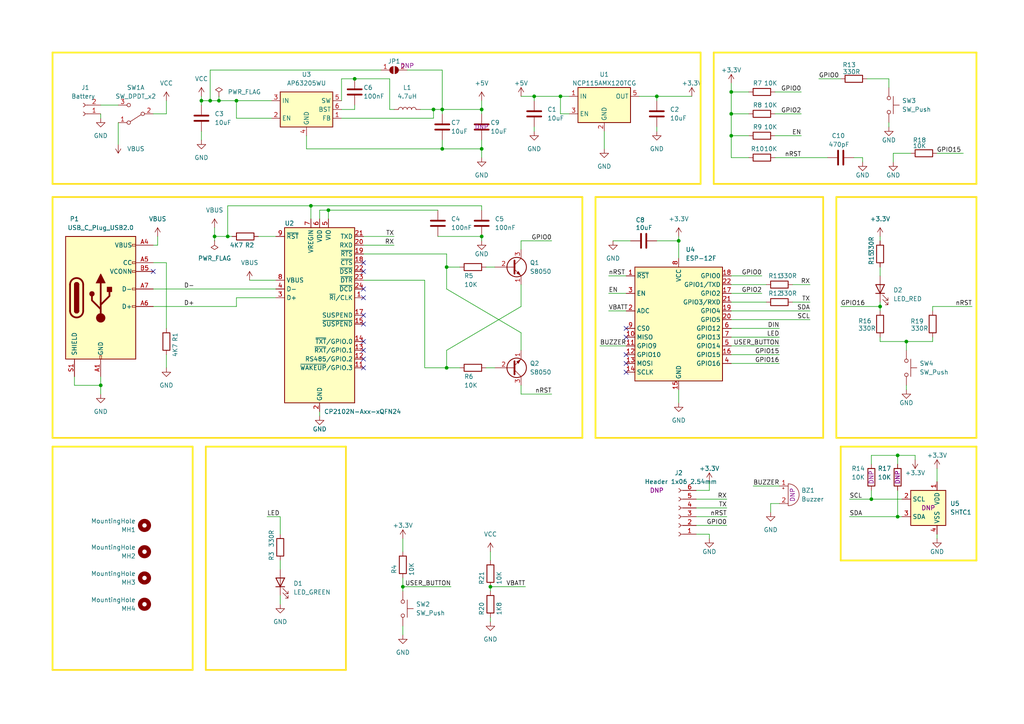
<source format=kicad_sch>
(kicad_sch (version 20211123) (generator eeschema)
  (paper "A4")
  (lib_symbols
    (symbol "Connector:Conn_01x02_Female" (pin_names (offset 1.016) hide)
      (property "Reference" "J" (at 0 2.54 0))
      (property "Value" "Conn_01x02_Female" (at 0 -5.08 0))
      (symbol "Conn_01x02_Female_1_1"
        (pin passive line (at -5.08 0 0) (length 3.81) (name "Pin_1") (number "1"))
        (pin passive line (at -5.08 -2.54 0) (length 3.81) (name "Pin_2") (number "2"))
      )
    )
    (symbol "Connector:Conn_01x06_Female" (pin_names (offset 1.016) hide)
      (property "Reference" "J" (at 0 7.62 0))
      (property "Value" "Conn_01x06_Female" (at 0 -10.16 0))
      (symbol "Conn_01x06_Female_1_1"
        (pin passive line (at -5.08 5.08 0) (length 3.81) (name "Pin_1") (number "1"))
        (pin passive line (at -5.08 2.54 0) (length 3.81) (name "Pin_2") (number "2"))
        (pin passive line (at -5.08 0 0) (length 3.81) (name "Pin_3") (number "3"))
        (pin passive line (at -5.08 -2.54 0) (length 3.81) (name "Pin_4") (number "4"))
        (pin passive line (at -5.08 -5.08 0) (length 3.81) (name "Pin_5") (number "5"))
        (pin passive line (at -5.08 -7.62 0) (length 3.81) (name "Pin_6") (number "6"))
      )
    )
    (symbol "Connector:USB_C_Plug_USB2.0" (pin_names (offset 1.016))
      (property "Reference" "P" (at -10.16 19.05 0))
      (property "Value" "USB_C_Plug_USB2.0" (at 12.7 19.05 0))
      (symbol "USB_C_Plug_USB2.0_1_1"
        (pin passive line (at 0 -22.86 90) (length 5.08) (name "GND") (number "A1"))
        (pin passive line (at 0 -22.86 90) (length 5.08) hide (name "GND") (number "A12"))
        (pin passive line (at 15.24 15.24 180) (length 5.08) (name "VBUS") (number "A4"))
        (pin bidirectional line (at 15.24 10.16 180) (length 5.08) (name "CC") (number "A5"))
        (pin bidirectional line (at 15.24 -2.54 180) (length 5.08) (name "D+") (number "A6"))
        (pin bidirectional line (at 15.24 2.54 180) (length 5.08) (name "D-") (number "A7"))
        (pin passive line (at 15.24 15.24 180) (length 5.08) hide (name "VBUS") (number "A9"))
        (pin passive line (at 0 -22.86 90) (length 5.08) hide (name "GND") (number "B1"))
        (pin passive line (at 0 -22.86 90) (length 5.08) hide (name "GND") (number "B12"))
        (pin passive line (at 15.24 15.24 180) (length 5.08) hide (name "VBUS") (number "B4"))
        (pin bidirectional line (at 15.24 7.62 180) (length 5.08) (name "VCONN") (number "B5"))
        (pin passive line (at 15.24 15.24 180) (length 5.08) hide (name "VBUS") (number "B9"))
        (pin passive line (at -7.62 -22.86 90) (length 5.08) (name "SHIELD") (number "S1"))
      )
    )
    (symbol "Device:Buzzer" (pin_names (offset 0.0254) hide)
      (property "Reference" "BZ" (at 3.81 1.27 0))
      (property "Value" "Buzzer" (at 3.81 -1.27 0))
      (symbol "Buzzer_1_1"
        (pin passive line (at -2.54 2.54 0) (length 2.54) (name "-") (number "1"))
        (pin passive line (at -2.54 -2.54 0) (length 2.54) (name "+") (number "2"))
      )
    )
    (symbol "Device:C" (pin_numbers hide) (pin_names (offset 0.254))
      (property "Reference" "C" (at 0.635 2.54 0))
      (property "Value" "C" (at 0.635 -2.54 0))
      (symbol "C_1_1"
        (pin passive line (at 0 3.81 270) (length 2.794) (name "~") (number "1"))
        (pin passive line (at 0 -3.81 90) (length 2.794) (name "~") (number "2"))
      )
    )
    (symbol "Device:L" (pin_numbers hide) (pin_names (offset 1.016) hide)
      (property "Reference" "L" (at -1.27 0 90))
      (property "Value" "L" (at 1.905 0 90))
      (symbol "L_1_1"
        (pin passive line (at 0 3.81 270) (length 1.27) (name "1") (number "1"))
        (pin passive line (at 0 -3.81 90) (length 1.27) (name "2") (number "2"))
      )
    )
    (symbol "Device:LED" (pin_numbers hide) (pin_names (offset 1.016) hide)
      (property "Reference" "D" (at 0 2.54 0))
      (property "Value" "LED" (at 0 -2.54 0))
      (symbol "LED_1_1"
        (pin passive line (at -3.81 0 0) (length 2.54) (name "K") (number "1"))
        (pin passive line (at 3.81 0 180) (length 2.54) (name "A") (number "2"))
      )
    )
    (symbol "Device:R" (pin_numbers hide) (pin_names (offset 0))
      (property "Reference" "R" (at 2.032 0 90))
      (property "Value" "R" (at 0 0 90))
      (symbol "R_1_1"
        (pin passive line (at 0 3.81 270) (length 1.27) (name "~") (number "1"))
        (pin passive line (at 0 -3.81 90) (length 1.27) (name "~") (number "2"))
      )
    )
    (symbol "Interface_USB:CP2102N-Axx-xQFN24"
      (property "Reference" "U" (at -8.89 26.67 0))
      (property "Value" "CP2102N-Axx-xQFN24" (at 13.97 26.67 0))
      (symbol "CP2102N-Axx-xQFN24_1_1"
        (pin bidirectional line (at 12.7 5.08 180) (length 2.54) (name "~{RI}/CLK") (number "1"))
        (pin no_connect line (at -10.16 -22.86 0) (length 2.54) hide (name "NC") (number "10"))
        (pin bidirectional line (at 12.7 -15.24 180) (length 2.54) (name "~{WAKEUP}/GPIO.3") (number "11"))
        (pin bidirectional line (at 12.7 -12.7 180) (length 2.54) (name "RS485/GPIO.2") (number "12"))
        (pin bidirectional line (at 12.7 -10.16 180) (length 2.54) (name "~{RXT}/GPIO.1") (number "13"))
        (pin bidirectional line (at 12.7 -7.62 180) (length 2.54) (name "~{TXT}/GPIO.0") (number "14"))
        (pin output line (at 12.7 -2.54 180) (length 2.54) (name "~{SUSPEND}") (number "15"))
        (pin no_connect line (at 10.16 -22.86 180) (length 2.54) hide (name "NC") (number "16"))
        (pin output line (at 12.7 0 180) (length 2.54) (name "SUSPEND") (number "17"))
        (pin input line (at 12.7 15.24 180) (length 2.54) (name "~{CTS}") (number "18"))
        (pin output line (at 12.7 17.78 180) (length 2.54) (name "~{RTS}") (number "19"))
        (pin power_in line (at 0 -27.94 90) (length 2.54) (name "GND") (number "2"))
        (pin input line (at 12.7 20.32 180) (length 2.54) (name "RXD") (number "20"))
        (pin output line (at 12.7 22.86 180) (length 2.54) (name "TXD") (number "21"))
        (pin input line (at 12.7 12.7 180) (length 2.54) (name "~{DSR}") (number "22"))
        (pin output line (at 12.7 10.16 180) (length 2.54) (name "~{DTR}") (number "23"))
        (pin input line (at 12.7 7.62 180) (length 2.54) (name "~{DCD}") (number "24"))
        (pin passive line (at 0 -27.94 90) (length 2.54) hide (name "GND") (number "25"))
        (pin bidirectional line (at -12.7 5.08 0) (length 2.54) (name "D+") (number "3"))
        (pin bidirectional line (at -12.7 7.62 0) (length 2.54) (name "D-") (number "4"))
        (pin power_in line (at 2.54 27.94 270) (length 2.54) (name "VIO") (number "5"))
        (pin power_in line (at 0 27.94 270) (length 2.54) (name "VDD") (number "6"))
        (pin power_in line (at -2.54 27.94 270) (length 2.54) (name "VREGIN") (number "7"))
        (pin input line (at -12.7 10.16 0) (length 2.54) (name "VBUS") (number "8"))
        (pin input line (at -12.7 22.86 0) (length 2.54) (name "~{RST}") (number "9"))
      )
    )
    (symbol "Jumper:SolderJumper_2_Open" (pin_names (offset 0) hide)
      (property "Reference" "JP" (at 0 2.032 0))
      (property "Value" "SolderJumper_2_Open" (at 0 -2.54 0))
      (symbol "SolderJumper_2_Open_1_1"
        (pin passive line (at -3.81 0 0) (length 2.54) (name "A") (number "1"))
        (pin passive line (at 3.81 0 180) (length 2.54) (name "B") (number "2"))
      )
    )
    (symbol "Mechanical:MountingHole" (pin_names (offset 1.016))
      (property "Reference" "H" (at 0 5.08 0))
      (property "Value" "MountingHole" (at 0 3.175 0))
    )
    (symbol "RF_Module:ESP-12F"
      (property "Reference" "U" (at -12.7 19.05 0))
      (property "Value" "ESP-12F" (at 12.7 19.05 0))
      (symbol "ESP-12F_1_1"
        (pin input line (at -15.24 15.24 0) (length 2.54) (name "~{RST}") (number "1"))
        (pin bidirectional line (at -15.24 -2.54 0) (length 2.54) (name "MISO") (number "10"))
        (pin bidirectional line (at -15.24 -5.08 0) (length 2.54) (name "GPIO9") (number "11"))
        (pin bidirectional line (at -15.24 -7.62 0) (length 2.54) (name "GPIO10") (number "12"))
        (pin bidirectional line (at -15.24 -10.16 0) (length 2.54) (name "MOSI") (number "13"))
        (pin bidirectional line (at -15.24 -12.7 0) (length 2.54) (name "SCLK") (number "14"))
        (pin power_in line (at 0 -17.78 90) (length 2.54) (name "GND") (number "15"))
        (pin bidirectional line (at 15.24 -7.62 180) (length 2.54) (name "GPIO15") (number "16"))
        (pin bidirectional line (at 15.24 10.16 180) (length 2.54) (name "GPIO2") (number "17"))
        (pin bidirectional line (at 15.24 15.24 180) (length 2.54) (name "GPIO0") (number "18"))
        (pin bidirectional line (at 15.24 5.08 180) (length 2.54) (name "GPIO4") (number "19"))
        (pin input line (at -15.24 5.08 0) (length 2.54) (name "ADC") (number "2"))
        (pin bidirectional line (at 15.24 2.54 180) (length 2.54) (name "GPIO5") (number "20"))
        (pin bidirectional line (at 15.24 7.62 180) (length 2.54) (name "GPIO3/RXD") (number "21"))
        (pin bidirectional line (at 15.24 12.7 180) (length 2.54) (name "GPIO1/TXD") (number "22"))
        (pin input line (at -15.24 10.16 0) (length 2.54) (name "EN") (number "3"))
        (pin bidirectional line (at 15.24 -10.16 180) (length 2.54) (name "GPIO16") (number "4"))
        (pin bidirectional line (at 15.24 -5.08 180) (length 2.54) (name "GPIO14") (number "5"))
        (pin bidirectional line (at 15.24 0 180) (length 2.54) (name "GPIO12") (number "6"))
        (pin bidirectional line (at 15.24 -2.54 180) (length 2.54) (name "GPIO13") (number "7"))
        (pin power_in line (at 0 20.32 270) (length 2.54) (name "VCC") (number "8"))
        (pin input line (at -15.24 0 0) (length 2.54) (name "CS0") (number "9"))
      )
    )
    (symbol "Regulator_Linear:NCP115AMX120TCG"
      (property "Reference" "U1" (at 0 8.89 0))
      (property "Value" "NCP115AMX120TCG" (at 0 6.35 0))
      (symbol "NCP115AMX120TCG_1_1"
        (pin power_in line (at -10.16 2.54 0) (length 2.54) (name "IN") (number "1"))
        (pin power_in line (at 0 -7.62 90) (length 2.54) (name "GND") (number "2"))
        (pin input line (at -10.16 -2.54 0) (length 2.54) (name "EN") (number "3"))
        (pin passive line (at 0 -7.62 90) (length 2.54) hide (name "GND") (number "5"))
        (pin power_out line (at 10.16 2.54 180) (length 2.54) (name "OUT") (number "5"))
      )
    )
    (symbol "Regulator_Switching:AP63205WU"
      (property "Reference" "U" (at -7.62 6.35 0))
      (property "Value" "AP63205WU" (at 2.54 6.35 0))
      (symbol "AP63205WU_1_1"
        (pin input line (at 10.16 -2.54 180) (length 2.54) (name "FB") (number "1"))
        (pin input line (at -10.16 -2.54 0) (length 2.54) (name "EN") (number "2"))
        (pin power_in line (at -10.16 2.54 0) (length 2.54) (name "IN") (number "3"))
        (pin power_in line (at 0 -7.62 90) (length 2.54) (name "GND") (number "4"))
        (pin output line (at 10.16 2.54 180) (length 2.54) (name "SW") (number "5"))
        (pin passive line (at 10.16 0 180) (length 2.54) (name "BST") (number "6"))
      )
    )
    (symbol "Sensor_Humidity:SHTC1"
      (property "Reference" "U" (at -3.81 6.35 0))
      (property "Value" "SHTC1" (at -2.54 -6.35 0))
      (symbol "SHTC1_1_1"
        (pin power_in line (at 2.54 7.62 270) (length 2.54) (name "VDD") (number "1"))
        (pin input line (at -7.62 2.54 0) (length 2.54) (name "SCL") (number "2"))
        (pin bidirectional line (at -7.62 -2.54 0) (length 2.54) (name "SDA") (number "3"))
        (pin power_in line (at 2.54 -7.62 90) (length 2.54) (name "VSS") (number "4"))
        (pin no_connect line (at 5.08 0 180) (length 2.54) hide (name "NC") (number "5"))
      )
    )
    (symbol "Switch:SW_DPDT_x2" (pin_names (offset 0) hide)
      (property "Reference" "SW" (at 0 4.318 0))
      (property "Value" "SW_DPDT_x2" (at 0 -5.08 0))
      (symbol "SW_DPDT_x2_1_1"
        (pin passive line (at 5.08 2.54 180) (length 2.54) (name "A") (number "1"))
        (pin passive line (at -5.08 0 0) (length 2.54) (name "B") (number "2"))
        (pin passive line (at 5.08 -2.54 180) (length 2.54) (name "C") (number "3"))
      )
      (symbol "SW_DPDT_x2_2_1"
        (pin passive line (at 5.08 2.54 180) (length 2.54) (name "A") (number "4"))
        (pin passive line (at -5.08 0 0) (length 2.54) (name "B") (number "5"))
        (pin passive line (at 5.08 -2.54 180) (length 2.54) (name "C") (number "6"))
      )
    )
    (symbol "Switch:SW_Push" (pin_numbers hide) (pin_names (offset 1.016) hide)
      (property "Reference" "SW" (at 1.27 2.54 0))
      (property "Value" "SW_Push" (at 0 -1.524 0))
      (symbol "SW_Push_0_1"
        (pin passive line (at -5.08 0 0) (length 2.54) (name "1") (number "1"))
        (pin passive line (at 5.08 0 180) (length 2.54) (name "2") (number "2"))
      )
    )
    (symbol "Transistor_BJT:S8050" (pin_names (offset 0) hide)
      (property "Reference" "Q" (at 5.08 1.905 0))
      (property "Value" "S8050" (at 5.08 0 0))
      (symbol "S8050_1_1"
        (pin passive line (at 2.54 -5.08 90) (length 2.54) (name "E") (number "1"))
        (pin input line (at -5.08 0 0) (length 5.08) (name "B") (number "2"))
        (pin passive line (at 2.54 5.08 270) (length 2.54) (name "C") (number "3"))
      )
    )
    (symbol "power:+3.3V" (power) (pin_names (offset 0))
      (property "Value" "+3.3V" (at 0 3.556 0))
      (symbol "+3.3V_1_1"
        (pin power_in line (at 0 0 90) (length 0) hide (name "+3.3V") (number "1"))
      )
    )
    (symbol "power:+5V" (power) (pin_names (offset 0))
      (property "Value" "+5V" (at 0 3.556 0))
      (symbol "+5V_1_1"
        (pin power_in line (at 0 0 90) (length 0) hide (name "+5V") (number "1"))
      )
    )
    (symbol "power:GND" (power) (pin_names (offset 0))
      (property "Value" "GND" (at 0 -3.81 0))
      (symbol "GND_1_1"
        (pin power_in line (at 0 0 270) (length 0) hide (name "GND") (number "1"))
      )
    )
    (symbol "power:PWR_FLAG" (power) (pin_numbers hide) (pin_names (offset 0) hide)
      (property "Value" "PWR_FLAG" (at 0 3.81 0))
      (symbol "PWR_FLAG_0_0"
        (pin power_out line (at 0 0 90) (length 0) (name "pwr") (number "1"))
      )
    )
    (symbol "power:VBUS" (power) (pin_names (offset 0))
      (property "Value" "VBUS" (at 0 3.81 0))
      (symbol "VBUS_1_1"
        (pin power_in line (at 0 0 90) (length 0) hide (name "VBUS") (number "1"))
      )
    )
    (symbol "power:VCC" (power) (pin_names (offset 0))
      (property "Value" "VCC" (at 0 3.81 0))
      (symbol "VCC_1_1"
        (pin power_in line (at 0 0 90) (length 0) hide (name "VCC") (number "1"))
      )
    )
  )
  (junction (at 66.04 68.58))
  (junction (at 63.5 29.21))
  (junction (at 139.7 31.75))
  (junction (at 129.54 77.47))
  (junction (at 196.85 69.85))
  (junction (at 260.35 132.08))
  (junction (at 128.27 31.75))
  (junction (at 142.24 170.18))
  (junction (at 212.09 33.02))
  (junction (at 129.54 106.68))
  (junction (at 128.27 43.18))
  (junction (at 154.94 27.94))
  (junction (at 116.84 170.18))
  (junction (at 58.42 29.21))
  (junction (at 260.35 149.86))
  (junction (at 262.89 99.06))
  (junction (at 212.09 39.37))
  (junction (at 139.7 43.18))
  (junction (at 139.7 68.58))
  (junction (at 255.27 88.9))
  (junction (at 212.09 26.67))
  (junction (at 68.58 29.21))
  (junction (at 102.87 22.86))
  (junction (at 162.56 27.94))
  (junction (at 252.73 144.78))
  (junction (at 95.25 60.96))
  (junction (at 190.5 27.94))
  (junction (at 125.73 31.75))
  (junction (at 62.23 68.58))
  (junction (at 29.21 111.76))
  (junction (at 90.17 59.69))
  (junction (at 60.96 29.21))
  (no_connect (at 105.41 104.14))
  (no_connect (at 105.41 101.6))
  (no_connect (at 105.41 91.44))
  (no_connect (at 105.41 99.06))
  (no_connect (at 105.41 93.98))
  (no_connect (at 105.41 83.82))
  (no_connect (at 105.41 86.36))
  (no_connect (at 105.41 106.68))
  (no_connect (at 181.61 95.25))
  (no_connect (at 105.41 76.2))
  (no_connect (at 105.41 78.74))
  (no_connect (at 181.61 105.41))
  (no_connect (at 181.61 107.95))
  (no_connect (at 181.61 102.87))
  (no_connect (at 181.61 97.79))
  (no_connect (at 44.45 78.74))
  (wire (pts (xy 252.73 134.62) (xy 252.73 132.08)))
  (wire (pts (xy 128.27 31.75) (xy 125.73 31.75)))
  (wire (pts (xy 162.56 27.94) (xy 165.1 27.94)))
  (wire (pts (xy 95.25 60.96) (xy 95.25 63.5)))
  (wire (pts (xy 90.17 59.69) (xy 139.7 59.69)))
  (wire (pts (xy 250.19 46.99) (xy 250.19 45.72)))
  (wire (pts (xy 116.84 184.15) (xy 116.84 181.61)))
  (wire (pts (xy 44.45 83.82) (xy 80.01 83.82)))
  (wire (pts (xy 128.27 31.75) (xy 128.27 33.02)))
  (wire (pts (xy 260.35 142.24) (xy 260.35 149.86)))
  (wire (pts (xy 257.81 25.4) (xy 257.81 22.86)))
  (wire (pts (xy 177.8 69.85) (xy 182.88 69.85)))
  (wire (pts (xy 142.24 179.07) (xy 142.24 180.34)))
  (polyline (pts (xy 283.21 162.56) (xy 243.84 162.56)) (stroke (width 0.5) (type solid) (color 255 227 36 1)))
  (wire (pts (xy 77.47 149.86) (xy 81.28 149.86)))
  (wire (pts (xy 154.94 27.94) (xy 154.94 29.21)))
  (wire (pts (xy 116.84 171.45) (xy 116.84 170.18)))
  (wire (pts (xy 212.09 80.01) (xy 220.98 80.01)))
  (wire (pts (xy 92.71 120.65) (xy 92.71 119.38)))
  (wire (pts (xy 271.78 135.89) (xy 271.78 139.7)))
  (wire (pts (xy 116.84 170.18) (xy 130.81 170.18)))
  (wire (pts (xy 175.26 38.1) (xy 175.26 43.18)))
  (polyline (pts (xy 242.57 57.15) (xy 242.57 127)) (stroke (width 0.5) (type solid) (color 255 227 36 1)))
  (polyline (pts (xy 207.01 15.24) (xy 207.01 53.34)) (stroke (width 0.5) (type solid) (color 255 227 36 1)))
  (wire (pts (xy 173.99 100.33) (xy 181.61 100.33)))
  (wire (pts (xy 58.42 30.48) (xy 58.42 29.21)))
  (wire (pts (xy 212.09 24.13) (xy 212.09 26.67)))
  (polyline (pts (xy 238.76 127) (xy 172.72 127)) (stroke (width 0.5) (type solid) (color 255 227 36 1)))
  (wire (pts (xy 260.35 149.86) (xy 261.62 149.86)))
  (wire (pts (xy 113.03 31.75) (xy 113.03 22.86)))
  (wire (pts (xy 205.74 154.94) (xy 205.74 156.21)))
  (wire (pts (xy 260.35 132.08) (xy 265.43 132.08)))
  (wire (pts (xy 140.97 77.47) (xy 143.51 77.47)))
  (wire (pts (xy 44.45 71.12) (xy 45.72 71.12)))
  (wire (pts (xy 45.72 68.58) (xy 45.72 71.12)))
  (wire (pts (xy 201.93 149.86) (xy 210.82 149.86)))
  (wire (pts (xy 68.58 86.36) (xy 68.58 88.9)))
  (wire (pts (xy 139.7 31.75) (xy 139.7 33.02)))
  (wire (pts (xy 154.94 36.83) (xy 154.94 38.1)))
  (wire (pts (xy 262.89 113.03) (xy 262.89 111.76)))
  (polyline (pts (xy 59.69 129.54) (xy 100.33 129.54)) (stroke (width 0.5) (type solid) (color 255 227 36 1)))
  (wire (pts (xy 123.19 106.68) (xy 129.54 106.68)))
  (wire (pts (xy 212.09 33.02) (xy 212.09 39.37)))
  (wire (pts (xy 58.42 29.21) (xy 60.96 29.21)))
  (wire (pts (xy 255.27 68.58) (xy 255.27 69.85)))
  (wire (pts (xy 243.84 88.9) (xy 255.27 88.9)))
  (polyline (pts (xy 15.24 129.54) (xy 15.24 194.31)) (stroke (width 0.5) (type solid) (color 255 227 36 1)))
  (polyline (pts (xy 168.91 57.15) (xy 168.91 127)) (stroke (width 0.5) (type solid) (color 255 227 36 1)))
  (wire (pts (xy 252.73 142.24) (xy 252.73 144.78)))
  (wire (pts (xy 34.29 35.56) (xy 34.29 41.91)))
  (wire (pts (xy 63.5 29.21) (xy 68.58 29.21)))
  (wire (pts (xy 142.24 170.18) (xy 152.4 170.18)))
  (wire (pts (xy 66.04 59.69) (xy 66.04 68.58)))
  (wire (pts (xy 270.51 99.06) (xy 270.51 97.79)))
  (wire (pts (xy 237.49 22.86) (xy 243.84 22.86)))
  (wire (pts (xy 102.87 31.75) (xy 99.06 31.75)))
  (wire (pts (xy 48.26 29.21) (xy 48.26 33.02)))
  (wire (pts (xy 90.17 59.69) (xy 90.17 63.5)))
  (wire (pts (xy 252.73 144.78) (xy 261.62 144.78)))
  (wire (pts (xy 265.43 133.35) (xy 265.43 132.08)))
  (wire (pts (xy 139.7 40.64) (xy 139.7 43.18)))
  (wire (pts (xy 105.41 71.12) (xy 114.3 71.12)))
  (wire (pts (xy 196.85 113.03) (xy 196.85 116.84)))
  (wire (pts (xy 229.87 87.63) (xy 234.95 87.63)))
  (wire (pts (xy 212.09 33.02) (xy 217.17 33.02)))
  (wire (pts (xy 29.21 34.29) (xy 29.21 33.02)))
  (wire (pts (xy 78.74 34.29) (xy 68.58 34.29)))
  (wire (pts (xy 125.73 31.75) (xy 121.92 31.75)))
  (wire (pts (xy 212.09 45.72) (xy 217.17 45.72)))
  (polyline (pts (xy 100.33 129.54) (xy 100.33 194.31)) (stroke (width 0.5) (type solid) (color 255 227 36 1)))
  (wire (pts (xy 129.54 83.82) (xy 129.54 77.47)))
  (wire (pts (xy 212.09 87.63) (xy 222.25 87.63)))
  (wire (pts (xy 133.35 106.68) (xy 129.54 106.68)))
  (wire (pts (xy 81.28 162.56) (xy 81.28 165.1)))
  (wire (pts (xy 259.08 44.45) (xy 264.16 44.45)))
  (wire (pts (xy 212.09 102.87) (xy 226.06 102.87)))
  (polyline (pts (xy 243.84 129.54) (xy 243.84 162.56)) (stroke (width 0.5) (type solid) (color 255 227 36 1)))
  (wire (pts (xy 99.06 22.86) (xy 102.87 22.86)))
  (wire (pts (xy 154.94 27.94) (xy 162.56 27.94)))
  (wire (pts (xy 139.7 59.69) (xy 139.7 60.96)))
  (wire (pts (xy 262.89 99.06) (xy 270.51 99.06)))
  (wire (pts (xy 128.27 40.64) (xy 128.27 43.18)))
  (wire (pts (xy 44.45 33.02) (xy 48.26 33.02)))
  (polyline (pts (xy 100.33 194.31) (xy 59.69 194.31)) (stroke (width 0.5) (type solid) (color 255 227 36 1)))
  (wire (pts (xy 151.13 69.85) (xy 160.02 69.85)))
  (wire (pts (xy 139.7 29.21) (xy 139.7 31.75)))
  (wire (pts (xy 151.13 96.52) (xy 151.13 101.6)))
  (polyline (pts (xy 283.21 129.54) (xy 283.21 162.56)) (stroke (width 0.5) (type solid) (color 255 227 36 1)))
  (wire (pts (xy 78.74 29.21) (xy 68.58 29.21)))
  (wire (pts (xy 21.59 111.76) (xy 21.59 109.22)))
  (wire (pts (xy 176.53 85.09) (xy 181.61 85.09)))
  (wire (pts (xy 212.09 90.17) (xy 234.95 90.17)))
  (wire (pts (xy 58.42 38.1) (xy 58.42 40.64)))
  (wire (pts (xy 224.79 39.37) (xy 232.41 39.37)))
  (wire (pts (xy 176.53 90.17) (xy 181.61 90.17)))
  (wire (pts (xy 129.54 77.47) (xy 133.35 77.47)))
  (wire (pts (xy 29.21 111.76) (xy 29.21 114.3)))
  (wire (pts (xy 271.78 44.45) (xy 279.4 44.45)))
  (wire (pts (xy 123.19 81.28) (xy 123.19 106.68)))
  (wire (pts (xy 62.23 66.04) (xy 62.23 68.58)))
  (wire (pts (xy 246.38 149.86) (xy 260.35 149.86)))
  (wire (pts (xy 105.41 73.66) (xy 129.54 73.66)))
  (wire (pts (xy 29.21 109.22) (xy 29.21 111.76)))
  (wire (pts (xy 60.96 20.32) (xy 60.96 29.21)))
  (wire (pts (xy 185.42 27.94) (xy 190.5 27.94)))
  (wire (pts (xy 212.09 82.55) (xy 222.25 82.55)))
  (wire (pts (xy 270.51 88.9) (xy 270.51 90.17)))
  (wire (pts (xy 80.01 86.36) (xy 68.58 86.36)))
  (wire (pts (xy 113.03 22.86) (xy 102.87 22.86)))
  (polyline (pts (xy 203.2 15.24) (xy 203.2 53.34)) (stroke (width 0.5) (type solid) (color 255 227 36 1)))
  (wire (pts (xy 201.93 142.24) (xy 205.74 142.24)))
  (wire (pts (xy 118.11 20.32) (xy 128.27 20.32)))
  (wire (pts (xy 212.09 100.33) (xy 226.06 100.33)))
  (wire (pts (xy 66.04 68.58) (xy 67.31 68.58)))
  (wire (pts (xy 29.21 30.48) (xy 34.29 30.48)))
  (wire (pts (xy 95.25 60.96) (xy 127 60.96)))
  (polyline (pts (xy 55.88 129.54) (xy 55.88 194.31)) (stroke (width 0.5) (type solid) (color 255 227 36 1)))
  (wire (pts (xy 212.09 92.71) (xy 234.95 92.71)))
  (polyline (pts (xy 203.2 53.34) (xy 15.24 53.34)) (stroke (width 0.5) (type solid) (color 255 227 36 1)))
  (wire (pts (xy 201.93 147.32) (xy 210.82 147.32)))
  (polyline (pts (xy 15.24 129.54) (xy 55.88 129.54)) (stroke (width 0.5) (type solid) (color 255 227 36 1)))
  (wire (pts (xy 229.87 82.55) (xy 234.95 82.55)))
  (wire (pts (xy 105.41 68.58) (xy 114.3 68.58)))
  (wire (pts (xy 218.44 140.97) (xy 226.06 140.97)))
  (wire (pts (xy 81.28 172.72) (xy 81.28 175.26)))
  (wire (pts (xy 151.13 96.52) (xy 129.54 83.82)))
  (wire (pts (xy 151.13 27.94) (xy 154.94 27.94)))
  (wire (pts (xy 151.13 111.76) (xy 151.13 114.3)))
  (wire (pts (xy 262.89 101.6) (xy 262.89 99.06)))
  (wire (pts (xy 246.38 144.78) (xy 252.73 144.78)))
  (wire (pts (xy 212.09 26.67) (xy 212.09 33.02)))
  (wire (pts (xy 58.42 27.94) (xy 58.42 29.21)))
  (wire (pts (xy 72.39 81.28) (xy 80.01 81.28)))
  (polyline (pts (xy 15.24 57.15) (xy 15.24 127)) (stroke (width 0.5) (type solid) (color 255 227 36 1)))
  (wire (pts (xy 99.06 34.29) (xy 125.73 34.29)))
  (wire (pts (xy 165.1 33.02) (xy 162.56 33.02)))
  (wire (pts (xy 196.85 69.85) (xy 196.85 74.93)))
  (wire (pts (xy 128.27 31.75) (xy 139.7 31.75)))
  (polyline (pts (xy 172.72 57.15) (xy 172.72 127)) (stroke (width 0.5) (type solid) (color 255 227 36 1)))
  (wire (pts (xy 128.27 43.18) (xy 139.7 43.18)))
  (wire (pts (xy 151.13 72.39) (xy 151.13 69.85)))
  (wire (pts (xy 105.41 81.28) (xy 123.19 81.28)))
  (wire (pts (xy 223.52 146.05) (xy 226.06 146.05)))
  (wire (pts (xy 255.27 77.47) (xy 255.27 80.01)))
  (wire (pts (xy 139.7 68.58) (xy 139.7 69.85)))
  (wire (pts (xy 212.09 39.37) (xy 217.17 39.37)))
  (wire (pts (xy 223.52 148.59) (xy 223.52 146.05)))
  (wire (pts (xy 92.71 63.5) (xy 92.71 60.96)))
  (wire (pts (xy 140.97 106.68) (xy 143.51 106.68)))
  (wire (pts (xy 99.06 29.21) (xy 99.06 22.86)))
  (wire (pts (xy 88.9 43.18) (xy 128.27 43.18)))
  (wire (pts (xy 142.24 170.18) (xy 142.24 171.45)))
  (polyline (pts (xy 283.21 15.24) (xy 283.21 53.34)) (stroke (width 0.5) (type solid) (color 255 227 36 1)))
  (wire (pts (xy 212.09 26.67) (xy 217.17 26.67)))
  (wire (pts (xy 190.5 69.85) (xy 196.85 69.85)))
  (polyline (pts (xy 283.21 57.15) (xy 283.21 127)) (stroke (width 0.5) (type solid) (color 255 227 36 1)))
  (wire (pts (xy 128.27 20.32) (xy 128.27 31.75)))
  (wire (pts (xy 201.93 154.94) (xy 205.74 154.94)))
  (wire (pts (xy 92.71 60.96) (xy 95.25 60.96)))
  (wire (pts (xy 44.45 76.2) (xy 48.26 76.2)))
  (wire (pts (xy 142.24 160.02) (xy 142.24 162.56)))
  (wire (pts (xy 129.54 73.66) (xy 129.54 77.47)))
  (wire (pts (xy 114.3 31.75) (xy 113.03 31.75)))
  (polyline (pts (xy 168.91 127) (xy 15.24 127)) (stroke (width 0.5) (type solid) (color 255 227 36 1)))
  (wire (pts (xy 190.5 27.94) (xy 190.5 29.21)))
  (polyline (pts (xy 15.24 15.24) (xy 203.2 15.24)) (stroke (width 0.5) (type solid) (color 255 227 36 1)))
  (wire (pts (xy 255.27 87.63) (xy 255.27 88.9)))
  (wire (pts (xy 44.45 88.9) (xy 68.58 88.9)))
  (wire (pts (xy 176.53 80.01) (xy 181.61 80.01)))
  (polyline (pts (xy 243.84 129.54) (xy 283.21 129.54)) (stroke (width 0.5) (type solid) (color 255 227 36 1)))
  (polyline (pts (xy 172.72 57.15) (xy 238.76 57.15)) (stroke (width 0.5) (type solid) (color 255 227 36 1)))
  (wire (pts (xy 252.73 132.08) (xy 260.35 132.08)))
  (wire (pts (xy 224.79 33.02) (xy 232.41 33.02)))
  (wire (pts (xy 251.46 22.86) (xy 257.81 22.86)))
  (wire (pts (xy 48.26 76.2) (xy 48.26 95.25)))
  (wire (pts (xy 255.27 88.9) (xy 255.27 90.17)))
  (wire (pts (xy 255.27 99.06) (xy 262.89 99.06)))
  (wire (pts (xy 247.65 45.72) (xy 250.19 45.72)))
  (wire (pts (xy 201.93 152.4) (xy 210.82 152.4)))
  (polyline (pts (xy 15.24 57.15) (xy 168.91 57.15)) (stroke (width 0.5) (type solid) (color 255 227 36 1)))
  (wire (pts (xy 257.81 36.83) (xy 257.81 35.56)))
  (polyline (pts (xy 238.76 57.15) (xy 238.76 127)) (stroke (width 0.5) (type solid) (color 255 227 36 1)))
  (wire (pts (xy 212.09 95.25) (xy 226.06 95.25)))
  (wire (pts (xy 81.28 154.94) (xy 81.28 149.86)))
  (wire (pts (xy 60.96 29.21) (xy 63.5 29.21)))
  (polyline (pts (xy 283.21 53.34) (xy 207.01 53.34)) (stroke (width 0.5) (type solid) (color 255 227 36 1)))
  (wire (pts (xy 224.79 26.67) (xy 232.41 26.67)))
  (wire (pts (xy 255.27 97.79) (xy 255.27 99.06)))
  (wire (pts (xy 196.85 68.58) (xy 196.85 69.85)))
  (wire (pts (xy 110.49 20.32) (xy 60.96 20.32)))
  (wire (pts (xy 270.51 88.9) (xy 281.94 88.9)))
  (wire (pts (xy 129.54 101.6) (xy 129.54 106.68)))
  (wire (pts (xy 259.08 44.45) (xy 259.08 46.99)))
  (wire (pts (xy 125.73 31.75) (xy 125.73 34.29)))
  (wire (pts (xy 201.93 144.78) (xy 210.82 144.78)))
  (polyline (pts (xy 55.88 194.31) (xy 15.24 194.31)) (stroke (width 0.5) (type solid) (color 255 227 36 1)))
  (wire (pts (xy 63.5 27.94) (xy 63.5 29.21)))
  (wire (pts (xy 190.5 27.94) (xy 200.66 27.94)))
  (wire (pts (xy 66.04 59.69) (xy 90.17 59.69)))
  (wire (pts (xy 151.13 82.55) (xy 151.13 88.9)))
  (wire (pts (xy 139.7 45.72) (xy 139.7 43.18)))
  (wire (pts (xy 190.5 36.83) (xy 190.5 38.1)))
  (wire (pts (xy 162.56 33.02) (xy 162.56 27.94)))
  (wire (pts (xy 212.09 39.37) (xy 212.09 45.72)))
  (polyline (pts (xy 207.01 15.24) (xy 283.21 15.24)) (stroke (width 0.5) (type solid) (color 255 227 36 1)))
  (polyline (pts (xy 242.57 57.15) (xy 283.21 57.15)) (stroke (width 0.5) (type solid) (color 255 227 36 1)))
  (wire (pts (xy 205.74 142.24) (xy 205.74 139.7)))
  (wire (pts (xy 212.09 105.41) (xy 226.06 105.41)))
  (polyline (pts (xy 283.21 127) (xy 242.57 127)) (stroke (width 0.5) (type solid) (color 255 227 36 1)))
  (wire (pts (xy 62.23 68.58) (xy 66.04 68.58)))
  (wire (pts (xy 68.58 29.21) (xy 68.58 34.29)))
  (wire (pts (xy 116.84 156.21) (xy 116.84 160.02)))
  (wire (pts (xy 127 68.58) (xy 139.7 68.58)))
  (wire (pts (xy 260.35 132.08) (xy 260.35 134.62)))
  (wire (pts (xy 88.9 39.37) (xy 88.9 43.18)))
  (wire (pts (xy 21.59 111.76) (xy 29.21 111.76)))
  (wire (pts (xy 48.26 102.87) (xy 48.26 106.68)))
  (wire (pts (xy 151.13 114.3) (xy 160.02 114.3)))
  (wire (pts (xy 212.09 97.79) (xy 226.06 97.79)))
  (wire (pts (xy 80.01 68.58) (xy 74.93 68.58)))
  (wire (pts (xy 62.23 69.85) (xy 62.23 68.58)))
  (polyline (pts (xy 59.69 129.54) (xy 59.69 194.31)) (stroke (width 0.5) (type solid) (color 255 227 36 1)))
  (wire (pts (xy 271.78 156.21) (xy 271.78 154.94)))
  (wire (pts (xy 212.09 85.09) (xy 220.98 85.09)))
  (wire (pts (xy 151.13 88.9) (xy 129.54 101.6)))
  (wire (pts (xy 224.79 45.72) (xy 240.03 45.72)))
  (polyline (pts (xy 15.24 15.24) (xy 15.24 53.34)) (stroke (width 0.5) (type solid) (color 255 227 36 1)))
  (wire (pts (xy 102.87 30.48) (xy 102.87 31.75)))
  (wire (pts (xy 116.84 170.18) (xy 116.84 167.64)))
  (label "D+" (at 53.34 88.9 0))
  (label "SCL" (at 234.95 92.71 180))
  (label "USER_BUTTON" (at 226.06 100.33 180))
  (label "D-" (at 53.34 83.82 0))
  (label "GPIO15" (at 278.7913 44.45 180))
  (label "BUZZER" (at 173.99 100.33 0))
  (label "EN" (at 232.41 39.37 180))
  (label "DIN" (at 226.06 95.25 180))
  (label "GPIO16" (at 243.84 88.9 0))
  (label "SCL" (at 246.38 144.78 0))
  (label "GPIO0" (at 160.02 69.85 180))
  (label "LED" (at 77.47 149.86 0))
  (label "SDA" (at 246.38 149.86 0))
  (label "VBATT" (at 152.4 170.18 180))
  (label "SDA" (at 234.95 90.17 180))
  (label "TX" (at 114.3 68.58 180))
  (label "nRST" (at 176.53 80.01 0))
  (label "USER_BUTTON" (at 130.81 170.18 180))
  (label "TX" (at 210.82 147.32 180))
  (label "RX" (at 114.3 71.12 180))
  (label "TX" (at 234.95 87.63 180))
  (label "RX" (at 210.82 144.78 180))
  (label "BUZZER" (at 218.44 140.97 0))
  (label "GPIO0" (at 237.49 22.86 0))
  (label "RX" (at 234.95 82.55 180))
  (label "nRST" (at 210.82 149.86 180))
  (label "LED" (at 226.06 97.79 180))
  (label "nRST" (at 232.41 45.72 180))
  (label "nRST" (at 281.94 88.9 180))
  (label "VBATT" (at 176.53 90.17 0))
  (label "nRST" (at 160.02 114.3 180))
  (label "GPIO2" (at 220.98 85.09 180))
  (label "GPIO15" (at 226.06 102.87 180))
  (label "GPIO2" (at 232.41 33.02 180))
  (label "EN" (at 176.53 85.09 0))
  (label "GPIO16" (at 226.06 105.41 180))
  (label "GPIO0" (at 210.82 152.4 180))
  (label "GPIO0" (at 220.98 80.01 180))
  (label "GPIO0" (at 232.41 26.67 180))
  (symbol (lib_id "Device:C") (at 102.87 26.67 0) (unit 1)
    (property "Reference" "C6" (at 105.41 25.4 0) (effects (justify left)))
    (property "Value" "100nF" (at 105.41 27.94 0) (effects (justify left)))
    (property "Footprint" "Capacitor_SMD:C_0805_2012Metric" (effects hide))
  )
  (symbol (lib_id "power:+5V") (at 139.7 29.21 0) (unit 1)
    (property "Reference" "#PWR022" (effects hide))
    (property "Value" "+5V" (at 139.7 24.13 0))
  )
  (symbol (lib_id "power:GND") (at 259.08 46.99 0) (unit 1)
    (property "Reference" "#PWR030" (effects hide))
    (property "Value" "GND" (at 259.08 50.8 0))
  )
  (symbol (lib_id "power:+3.3V") (at 200.66 27.94 0) (unit 1)
    (property "Reference" "#PWR015" (effects hide))
    (property "Value" "+3.3V" (at 200.66 24.13 0))
  )
  (symbol (lib_id "Mechanical:MountingHole") (at 41.91 152.4 180) (unit 1) (in_bom no)
    (property "Reference" "MH1" (at 39.37 153.6701 0) (effects (justify left)))
    (property "Value" "MountingHole" (at 39.37 151.1301 0) (effects (justify left)))
    (property "Footprint" "MountingHole:MountingHole_3.2mm_M3_ISO7380" (effects hide))
  )
  (symbol (lib_id "power:GND") (at 190.5 38.1 0) (unit 1)
    (property "Reference" "#PWR014" (effects hide))
    (property "Value" "GND" (at 190.5 43.18 0))
  )
  (symbol (lib_id "Device:C") (at 154.94 33.02 0) (unit 1)
    (property "Reference" "C1" (at 158.75 31.7499 0) (effects (justify left)))
    (property "Value" "10uF" (at 158.75 34.2899 0) (effects (justify left)))
    (property "Footprint" "Capacitor_SMD:C_0805_2012Metric" (effects hide))
  )
  (symbol (lib_id "Device:R") (at 255.27 73.66 180) (unit 1)
    (property "Reference" "R15" (at 252.73 74.93 90))
    (property "Value" "330R" (at 252.73 71.12 90))
    (property "Footprint" "Resistor_SMD:R_0805_2012Metric_Pad1.20x1.40mm_HandSolder" (effects hide))
  )
  (symbol (lib_id "power:VBUS") (at 45.72 68.58 0) (unit 1)
    (property "Reference" "#PWR04" (effects hide))
    (property "Value" "VBUS" (at 45.72 63.5 0))
  )
  (symbol (lib_id "power:GND") (at 205.74 156.21 0) (unit 1)
    (property "Reference" "#PWR0101" (effects hide))
    (property "Value" "GND" (at 205.74 160.02 0))
  )
  (symbol (lib_id "power:VBUS") (at 34.29 41.91 180) (unit 1)
    (property "Reference" "#PWR03" (effects hide))
    (property "Value" "VBUS" (at 36.83 43.1799 0) (effects (justify right)))
  )
  (symbol (lib_id "power:VBUS") (at 62.23 66.04 0) (unit 1)
    (property "Reference" "#PWR0106" (effects hide))
    (property "Value" "VBUS" (at 62.23 60.96 0))
  )
  (symbol (lib_id "power:+3.3V") (at 255.27 68.58 0) (unit 1)
    (property "Reference" "#PWR028" (effects hide))
    (property "Value" "+3.3V" (at 255.27 63.5 0))
  )
  (symbol (lib_id "Device:C") (at 186.69 69.85 90) (unit 1)
    (property "Reference" "C8" (at 187.0455 63.8018 90) (effects (justify left)))
    (property "Value" "10uF" (at 189.23 66.04 90) (effects (justify left)))
    (property "Footprint" "Capacitor_SMD:C_0805_2012Metric" (effects hide))
  )
  (symbol (lib_id "Device:C") (at 139.7 64.77 0) (unit 1)
    (property "Reference" "C5" (at 143.51 63.4999 0) (effects (justify left)))
    (property "Value" "100nF" (at 143.51 66.0399 0) (effects (justify left)))
    (property "Footprint" "Capacitor_SMD:C_0805_2012Metric" (effects hide))
  )
  (symbol (lib_id "Connector:USB_C_Plug_USB2.0") (at 29.21 86.36 0) (unit 1)
    (property "Reference" "P1" (at 21.59 63.5 0))
    (property "Value" "USB_C_Plug_USB2.0" (at 29.21 66.04 0))
    (property "Footprint" "Library:USB C Molex" (effects hide))
    (property "Datasheet" "https://www.usb.org/sites/default/files/documents/usb_type-c.zip" (effects hide))
  )
  (symbol (lib_id "Device:R") (at 137.16 106.68 270) (unit 1)
    (property "Reference" "R6" (at 134.62 109.22 90) (effects (justify left)))
    (property "Value" "10K" (at 134.62 111.76 90) (effects (justify left)))
    (property "Footprint" "Resistor_SMD:R_0805_2012Metric_Pad1.20x1.40mm_HandSolder" (effects hide))
  )
  (symbol (lib_id "Switch:SW_DPDT_x2") (at 39.37 33.02 180) (unit 1)
    (property "Reference" "SW1" (at 39.37 25.4 0))
    (property "Value" "SW_DPDT_x2" (at 39.37 27.94 0))
    (property "Footprint" "Library:SW_DPDT_CK_JS202011JCQN" (effects hide))
  )
  (symbol (lib_id "RF_Module:ESP-12F") (at 196.85 95.25 0) (unit 1)
    (property "Reference" "U4" (at 198.8694 72.39 0) (effects (justify left)))
    (property "Value" "ESP-12F" (at 198.8694 74.93 0) (effects (justify left)))
    (property "Footprint" "RF_Module:ESP-12E" (effects hide))
    (property "Datasheet" "http://wiki.ai-thinker.com/_media/esp8266/esp8266_series_modules_user_manual_v1.1.pdf" (effects hide))
  )
  (symbol (lib_id "Transistor_BJT:S8050") (at 148.59 77.47 0) (unit 1)
    (property "Reference" "Q1" (at 153.67 76.2 0) (effects (justify left)))
    (property "Value" "S8050" (at 153.67 78.74 0) (effects (justify left)))
    (property "Footprint" "Package_TO_SOT_SMD:SOT-23" (effects hide))
    (property "Datasheet" "http://www.unisonic.com.tw/datasheet/S8050.pdf" (effects hide))
  )
  (symbol (lib_id "Device:R") (at 220.98 45.72 90) (unit 1)
    (property "Reference" "R10" (at 219.71 43.18 90))
    (property "Value" "10K" (at 223.52 43.18 90))
    (property "Footprint" "Resistor_SMD:R_0805_2012Metric_Pad1.20x1.40mm_HandSolder" (effects hide))
  )
  (symbol (lib_id "power:VCC") (at 48.26 29.21 0) (unit 1)
    (property "Reference" "#PWR05" (effects hide))
    (property "Value" "VCC" (at 48.26 24.13 0))
  )
  (symbol (lib_id "power:+3.3V") (at 205.74 139.7 0) (unit 1)
    (property "Reference" "#PWR0102" (effects hide))
    (property "Value" "+3.3V" (at 205.74 135.89 0))
  )
  (symbol (lib_id "power:GND") (at 139.7 69.85 0) (unit 1)
    (property "Reference" "#PWR020" (effects hide))
    (property "Value" "GND" (at 139.7 73.66 0))
  )
  (symbol (lib_id "Regulator_Linear:NCP115AMX120TCG") (at 175.26 30.48 0) (unit 1)
    (property "Reference" "U1" (at 175.26 21.59 0))
    (property "Value" "NCP115AMX120TCG" (at 175.26 24.13 0))
    (property "Footprint" "Package_TO_SOT_SMD:SOT-23-5_HandSoldering" (effects hide))
    (property "Datasheet" "https://www.onsemi.com/pub/Collateral/NCP115-D.PDF" (effects hide))
  )
  (symbol (lib_id "Device:Buzzer") (at 228.6 143.51 0) (unit 1)
    (property "Reference" "BZ1" (at 232.41 142.2399 0) (effects (justify left)))
    (property "Value" "Buzzer" (at 232.41 144.7799 0) (effects (justify left)))
    (property "Footprint" "Buzzer_Beeper:Buzzer_12x9.5RM7.6" (effects hide))
    (property "DNP" "DNP" (at 229.87 143.51 90))
  )
  (symbol (lib_id "Device:R") (at 137.16 77.47 270) (unit 1)
    (property "Reference" "R5" (at 134.62 80.01 90) (effects (justify left)))
    (property "Value" "10K" (at 134.62 82.55 90) (effects (justify left)))
    (property "Footprint" "Resistor_SMD:R_0805_2012Metric_Pad1.20x1.40mm_HandSolder" (effects hide))
  )
  (symbol (lib_id "power:GND") (at 250.19 46.99 0) (unit 1)
    (property "Reference" "#PWR027" (effects hide))
    (property "Value" "GND" (at 250.19 50.8 0))
  )
  (symbol (lib_id "power:GND") (at 154.94 38.1 0) (unit 1)
    (property "Reference" "#PWR08" (effects hide))
    (property "Value" "GND" (at 154.94 43.18 0))
  )
  (symbol (lib_id "Interface_USB:CP2102N-Axx-xQFN24") (at 92.71 91.44 0) (unit 1)
    (property "Reference" "U2" (at 82.55 64.77 0) (effects (justify left)))
    (property "Value" "CP2102N-Axx-xQFN24" (at 93.98 119.38 0) (effects (justify left)))
    (property "Footprint" "Package_DFN_QFN:QFN-24-1EP_4x4mm_P0.5mm_EP2.6x2.6mm" (effects hide))
    (property "Datasheet" "https://www.silabs.com/documents/public/data-sheets/cp2102n-datasheet.pdf" (effects hide))
  )
  (symbol (lib_id "Device:C") (at 190.5 33.02 0) (unit 1)
    (property "Reference" "C2" (at 194.31 31.7499 0) (effects (justify left)))
    (property "Value" "10uF" (at 194.31 34.2899 0) (effects (justify left)))
    (property "Footprint" "Capacitor_SMD:C_0805_2012Metric" (effects hide))
  )
  (symbol (lib_id "Device:R") (at 71.12 68.58 270) (unit 1)
    (property "Reference" "R2" (at 72.39 71.12 90))
    (property "Value" "4K7" (at 68.58 71.12 90))
    (property "Footprint" "Resistor_SMD:R_0805_2012Metric_Pad1.20x1.40mm_HandSolder" (effects hide))
  )
  (symbol (lib_id "Mechanical:MountingHole") (at 41.91 175.26 180) (unit 1) (in_bom no)
    (property "Reference" "MH4" (at 39.37 176.5301 0) (effects (justify left)))
    (property "Value" "MountingHole" (at 39.37 173.9901 0) (effects (justify left)))
    (property "Footprint" "MountingHole:MountingHole_3.2mm_M3_ISO7380" (effects hide))
  )
  (symbol (lib_id "Device:R") (at 142.24 175.26 0) (unit 1)
    (property "Reference" "R20" (at 139.7 176.53 90))
    (property "Value" "1K8" (at 144.78 176.53 90))
    (property "Footprint" "Resistor_SMD:R_0805_2012Metric_Pad1.20x1.40mm_HandSolder" (effects hide))
  )
  (symbol (lib_id "Switch:SW_Push") (at 257.81 30.48 270) (unit 1)
    (property "Reference" "SW3" (at 261.62 29.2099 90) (effects (justify left)))
    (property "Value" "SW_Push" (at 261.62 31.7499 90) (effects (justify left)))
    (property "Footprint" "Button_Switch_SMD:SW_SPST_SKQG_WithoutStem" (effects hide))
  )
  (symbol (lib_id "power:GND") (at 177.8 69.85 0) (unit 1)
    (property "Reference" "#PWR021" (effects hide))
    (property "Value" "GND" (at 177.8 74.93 0))
  )
  (symbol (lib_id "power:VCC") (at 142.24 160.02 0) (unit 1)
    (property "Reference" "#PWR0103" (effects hide))
    (property "Value" "VCC" (at 142.24 154.94 0))
  )
  (symbol (lib_id "power:GND") (at 92.71 120.65 0) (unit 1)
    (property "Reference" "#PWR013" (effects hide))
    (property "Value" "GND" (at 92.71 124.46 0))
  )
  (symbol (lib_id "Device:R") (at 81.28 158.75 180) (unit 1)
    (property "Reference" "R3" (at 78.74 161.29 90))
    (property "Value" "330R" (at 78.74 156.21 90))
    (property "Footprint" "Resistor_SMD:R_0805_2012Metric_Pad1.20x1.40mm_HandSolder" (effects hide))
  )
  (symbol (lib_id "power:GND") (at 48.26 106.68 0) (unit 1)
    (property "Reference" "#PWR06" (effects hide))
    (property "Value" "GND" (at 48.26 111.76 0))
  )
  (symbol (lib_id "Device:R") (at 220.98 26.67 90) (unit 1)
    (property "Reference" "R7" (at 219.71 24.13 90))
    (property "Value" "10K" (at 223.52 24.13 90))
    (property "Footprint" "Resistor_SMD:R_0805_2012Metric_Pad1.20x1.40mm_HandSolder" (effects hide))
  )
  (symbol (lib_id "Device:C") (at 139.7 36.83 0) (unit 1)
    (property "Reference" "C9" (at 142.24 35.56 0) (effects (justify left)))
    (property "Value" "10uF" (at 142.24 38.1 0) (effects (justify left)))
    (property "Footprint" "Capacitor_SMD:C_0805_2012Metric" (effects hide))
    (property "DNP" "DNP" (at 139.7 36.83 0))
  )
  (symbol (lib_id "power:GND") (at 271.78 156.21 0) (unit 1)
    (property "Reference" "#PWR034" (effects hide))
    (property "Value" "GND" (at 271.78 160.02 0))
  )
  (symbol (lib_id "Device:R") (at 220.98 33.02 90) (unit 1)
    (property "Reference" "R8" (at 219.71 30.48 90))
    (property "Value" "10K" (at 223.52 30.48 90))
    (property "Footprint" "Resistor_SMD:R_0805_2012Metric_Pad1.20x1.40mm_HandSolder" (effects hide))
  )
  (symbol (lib_id "power:+3.3V") (at 212.09 24.13 0) (unit 1)
    (property "Reference" "#PWR026" (effects hide))
    (property "Value" "+3.3V" (at 212.09 20.32 0))
  )
  (symbol (lib_id "power:GND") (at 175.26 43.18 0) (unit 1)
    (property "Reference" "#PWR011" (effects hide))
    (property "Value" "GND" (at 175.26 48.26 0))
  )
  (symbol (lib_id "Mechanical:MountingHole") (at 41.91 167.64 180) (unit 1) (in_bom no)
    (property "Reference" "MH3" (at 39.37 168.9101 0) (effects (justify left)))
    (property "Value" "MountingHole" (at 39.37 166.3701 0) (effects (justify left)))
    (property "Footprint" "MountingHole:MountingHole_3.2mm_M3_ISO7380" (effects hide))
  )
  (symbol (lib_id "Device:R") (at 220.98 39.37 90) (unit 1)
    (property "Reference" "R9" (at 219.71 36.83 90))
    (property "Value" "10K" (at 223.52 36.83 90))
    (property "Footprint" "Resistor_SMD:R_0805_2012Metric_Pad1.20x1.40mm_HandSolder" (effects hide))
  )
  (symbol (lib_id "Device:C") (at 58.42 34.29 0) (unit 1)
    (property "Reference" "C3" (at 62.23 33.0199 0) (effects (justify left)))
    (property "Value" "10uF" (at 62.23 35.5599 0) (effects (justify left)))
    (property "Footprint" "Capacitor_SMD:C_0805_2012Metric" (effects hide))
  )
  (symbol (lib_id "Switch:SW_Push") (at 116.84 176.53 270) (unit 1)
    (property "Reference" "SW2" (at 120.65 175.2599 90) (effects (justify left)))
    (property "Value" "SW_Push" (at 120.65 177.7999 90) (effects (justify left)))
    (property "Footprint" "Button_Switch_SMD:SW_SPST_SKQG_WithoutStem" (effects hide))
  )
  (symbol (lib_id "power:GND") (at 142.24 180.34 0) (unit 1)
    (property "Reference" "#PWR0104" (effects hide))
    (property "Value" "GND" (at 142.24 185.42 0))
  )
  (symbol (lib_id "Connector:Conn_01x02_Female") (at 24.13 33.02 180) (unit 1)
    (property "Reference" "J1" (at 24.765 25.4 0))
    (property "Value" "Battery" (at 24.13 27.94 0))
    (property "Footprint" "Library:Battery" (effects hide))
  )
  (symbol (lib_id "power:GND") (at 58.42 40.64 0) (unit 1)
    (property "Reference" "#PWR017" (effects hide))
    (property "Value" "GND" (at 58.42 45.72 0))
  )
  (symbol (lib_id "power:+3.3V") (at 196.85 68.58 0) (unit 1)
    (property "Reference" "#PWR024" (effects hide))
    (property "Value" "+3.3V" (at 196.85 63.5 0))
  )
  (symbol (lib_id "Connector:Conn_01x06_Female") (at 196.85 149.86 180) (unit 1)
    (property "Reference" "J2" (at 196.85 137.16 0))
    (property "Value" "Header 1x06 2.54mm" (at 197.485 139.7 0))
    (property "Footprint" "Connector_PinHeader_2.54mm:PinHeader_1x06_P2.54mm_Vertical" (effects hide))
    (property "DNP" "DNP" (at 190.5 142.24 0))
  )
  (symbol (lib_id "power:VCC") (at 58.42 27.94 0) (unit 1)
    (property "Reference" "#PWR016" (effects hide))
    (property "Value" "VCC" (at 58.42 22.86 0))
  )
  (symbol (lib_id "Device:LED") (at 255.27 83.82 90) (unit 1)
    (property "Reference" "D2" (at 259.08 84.1374 90) (effects (justify right)))
    (property "Value" "LED_RED" (at 259.08 86.6774 90) (effects (justify right)))
    (property "Footprint" "LED_SMD:LED_0805_2012Metric" (effects hide))
  )
  (symbol (lib_id "power:GND") (at 29.21 114.3 0) (unit 1)
    (property "Reference" "#PWR02" (effects hide))
    (property "Value" "GND" (at 29.21 119.38 0))
  )
  (symbol (lib_id "Device:R") (at 247.65 22.86 270) (unit 1)
    (property "Reference" "R13" (at 246.307 18.8179 90))
    (property "Value" "330R" (at 246.9659 20.8295 90))
    (property "Footprint" "Resistor_SMD:R_0805_2012Metric_Pad1.20x1.40mm_HandSolder" (effects hide))
  )
  (symbol (lib_id "Device:R") (at 252.73 138.43 180) (unit 1)
    (property "Reference" "R14" (at 248.92 135.89 0))
    (property "Value" "10K" (at 248.92 138.43 0))
    (property "Footprint" "Resistor_SMD:R_0805_2012Metric_Pad1.20x1.40mm_HandSolder" (effects hide))
    (property "DNP" "DNP" (at 252.73 138.43 90))
  )
  (symbol (lib_id "Device:R") (at 116.84 163.83 0) (unit 1)
    (property "Reference" "R4" (at 114.3 165.1 90))
    (property "Value" "10K" (at 119.38 165.1 90))
    (property "Footprint" "Resistor_SMD:R_0805_2012Metric_Pad1.20x1.40mm_HandSolder" (effects hide))
  )
  (symbol (lib_id "power:PWR_FLAG") (at 63.5 27.94 0) (unit 1)
    (property "Reference" "#FLG02" (effects hide))
    (property "Value" "PWR_FLAG" (at 66.04 26.6699 0) (effects (justify left)))
  )
  (symbol (lib_id "Device:LED") (at 81.28 168.91 90) (unit 1)
    (property "Reference" "D1" (at 85.09 169.2274 90) (effects (justify right)))
    (property "Value" "LED_GREEN" (at 85.09 171.7674 90) (effects (justify right)))
    (property "Footprint" "LED_SMD:LED_0805_2012Metric" (effects hide))
  )
  (symbol (lib_id "power:VBUS") (at 72.39 81.28 0) (unit 1)
    (property "Reference" "#PWR0105" (effects hide))
    (property "Value" "VBUS" (at 72.39 76.2 0))
  )
  (symbol (lib_id "Regulator_Switching:AP63205WU") (at 88.9 31.75 0) (unit 1)
    (property "Reference" "U3" (at 88.9 21.59 0))
    (property "Value" "AP63205WU" (at 88.9 24.13 0))
    (property "Footprint" "Package_TO_SOT_SMD:TSOT-23-6" (effects hide))
    (property "Datasheet" "https://www.diodes.com/assets/Datasheets/AP63200-AP63201-AP63203-AP63205.pdf" (effects hide))
  )
  (symbol (lib_id "power:+3.3V") (at 265.43 133.35 180) (unit 1)
    (property "Reference" "#PWR032" (effects hide))
    (property "Value" "+3.3V" (at 265.43 137.16 0))
  )
  (symbol (lib_id "power:GND") (at 81.28 175.26 0) (unit 1)
    (property "Reference" "#PWR012" (effects hide))
    (property "Value" "GND" (at 81.28 180.34 0))
  )
  (symbol (lib_id "power:GND") (at 139.7 45.72 0) (unit 1)
    (property "Reference" "#PWR023" (effects hide))
    (property "Value" "GND" (at 139.7 50.8 0))
  )
  (symbol (lib_id "Device:R") (at 226.06 82.55 90) (unit 1)
    (property "Reference" "R11" (at 224.79 80.01 90))
    (property "Value" "330R" (at 228.6 80.01 90))
    (property "Footprint" "Resistor_SMD:R_0805_2012Metric_Pad1.20x1.40mm_HandSolder" (effects hide))
  )
  (symbol (lib_id "Device:L") (at 118.11 31.75 90) (unit 1)
    (property "Reference" "L1" (at 118.11 25.4 90))
    (property "Value" "4.7uH" (at 118.11 27.94 90))
    (property "Footprint" "Inductor_SMD:L_Taiyo-Yuden_MD-3030" (effects hide))
  )
  (symbol (lib_id "Device:C") (at 127 64.77 0) (unit 1)
    (property "Reference" "C4" (at 130.81 63.4999 0) (effects (justify left)))
    (property "Value" "100nF" (at 130.81 66.0399 0) (effects (justify left)))
    (property "Footprint" "Capacitor_SMD:C_0805_2012Metric" (effects hide))
  )
  (symbol (lib_id "Device:R") (at 255.27 93.98 180) (unit 1)
    (property "Reference" "R16" (at 250.8519 93.1099 0))
    (property "Value" "330R" (at 251.46 95.25 0))
    (property "Footprint" "Resistor_SMD:R_0805_2012Metric_Pad1.20x1.40mm_HandSolder" (effects hide))
  )
  (symbol (lib_id "Device:R") (at 267.97 44.45 90) (unit 1)
    (property "Reference" "R18" (at 266.7 40.64 90))
    (property "Value" "10K" (at 266.683 42.3006 90))
    (property "Footprint" "Resistor_SMD:R_0805_2012Metric_Pad1.20x1.40mm_HandSolder" (effects hide))
  )
  (symbol (lib_id "power:GND") (at 223.52 148.59 0) (unit 1)
    (property "Reference" "#PWR0107" (effects hide))
    (property "Value" "GND" (at 223.52 153.67 0))
  )
  (symbol (lib_id "Device:R") (at 142.24 166.37 0) (unit 1)
    (property "Reference" "R21" (at 139.7 167.64 90))
    (property "Value" "10K" (at 144.78 167.64 90))
    (property "Footprint" "Resistor_SMD:R_0805_2012Metric_Pad1.20x1.40mm_HandSolder" (effects hide))
  )
  (symbol (lib_id "power:PWR_FLAG") (at 62.23 69.85 180) (unit 1)
    (property "Reference" "#FLG01" (effects hide))
    (property "Value" "PWR_FLAG" (at 62.23 74.93 0))
  )
  (symbol (lib_id "Jumper:SolderJumper_2_Open") (at 114.3 20.32 0) (unit 1)
    (property "Reference" "JP1" (at 114.3 17.78 0))
    (property "Value" "SolderJumper_2_Open" (effects hide))
    (property "Footprint" "Jumper:SolderJumper-2_P1.3mm_Open_RoundedPad1.0x1.5mm" (effects hide))
    (property "DNP" "DNP" (at 118.11 19.05 0))
  )
  (symbol (lib_id "power:GND") (at 262.89 113.03 0) (unit 1)
    (property "Reference" "#PWR031" (effects hide))
    (property "Value" "GND" (at 262.89 116.84 0))
  )
  (symbol (lib_id "Mechanical:MountingHole") (at 41.91 160.02 180) (unit 1) (in_bom no)
    (property "Reference" "MH2" (at 39.37 161.2901 0) (effects (justify left)))
    (property "Value" "MountingHole" (at 39.37 158.7501 0) (effects (justify left)))
    (property "Footprint" "MountingHole:MountingHole_3.2mm_M3_ISO7380" (effects hide))
  )
  (symbol (lib_id "Switch:SW_Push") (at 262.89 106.68 270) (unit 1)
    (property "Reference" "SW4" (at 266.7 105.4099 90) (effects (justify left)))
    (property "Value" "SW_Push" (at 266.7 107.9499 90) (effects (justify left)))
    (property "Footprint" "Button_Switch_SMD:SW_SPST_SKQG_WithoutStem" (effects hide))
  )
  (symbol (lib_id "power:GND") (at 116.84 184.15 0) (unit 1)
    (property "Reference" "#PWR019" (effects hide))
    (property "Value" "GND" (at 116.84 189.23 0))
  )
  (symbol (lib_id "power:GND") (at 257.81 36.83 0) (unit 1)
    (property "Reference" "#PWR029" (effects hide))
    (property "Value" "GND" (at 257.81 40.64 0))
  )
  (symbol (lib_id "power:+5V") (at 151.13 27.94 0) (unit 1)
    (property "Reference" "#PWR07" (effects hide))
    (property "Value" "+5V" (at 151.13 24.13 0))
  )
  (symbol (lib_id "power:+3.3V") (at 116.84 156.21 0) (unit 1)
    (property "Reference" "#PWR018" (effects hide))
    (property "Value" "+3.3V" (at 116.84 152.4 0))
  )
  (symbol (lib_id "power:GND") (at 29.21 34.29 0) (unit 1)
    (property "Reference" "#PWR01" (effects hide))
    (property "Value" "GND" (at 29.21 39.37 0))
  )
  (symbol (lib_id "Sensor_Humidity:SHTC1") (at 269.24 147.32 0) (unit 1)
    (property "Reference" "U5" (at 275.59 146.0499 0) (effects (justify left)))
    (property "Value" "SHTC1" (at 275.59 148.5899 0) (effects (justify left)))
    (property "Footprint" "Sensor_Humidity:Sensirion_DFN-4-1EP_2x2mm_P1mm_EP0.7x1.6mm" (effects hide))
    (property "Datasheet" "https://www.sensirion.com/fileadmin/user_upload/customers/sensirion/Dokumente/0_Datasheets/Humidity/Sensirion_Humidity_Sensors_SHTC1_Datasheet.pdf" (effects hide))
    (property "DNP" "DNP" (at 269.24 147.32 0))
  )
  (symbol (lib_id "Device:R") (at 226.06 87.63 90) (unit 1)
    (property "Reference" "R12" (at 224.79 85.09 90))
    (property "Value" "330R" (at 228.6 85.09 90))
    (property "Footprint" "Resistor_SMD:R_0805_2012Metric_Pad1.20x1.40mm_HandSolder" (effects hide))
  )
  (symbol (lib_id "Device:R") (at 260.35 138.43 180) (unit 1)
    (property "Reference" "R17" (at 256.54 135.89 0))
    (property "Value" "10K" (at 256.54 138.43 0))
    (property "Footprint" "Resistor_SMD:R_0805_2012Metric_Pad1.20x1.40mm_HandSolder" (effects hide))
    (property "DNP" "DNP" (at 260.35 138.43 90))
  )
  (symbol (lib_id "Device:C") (at 128.27 36.83 0) (unit 1)
    (property "Reference" "C7" (at 130.81 35.56 0) (effects (justify left)))
    (property "Value" "10uF" (at 130.81 38.1 0) (effects (justify left)))
    (property "Footprint" "Capacitor_SMD:C_0805_2012Metric" (effects hide))
  )
  (symbol (lib_id "Device:C") (at 243.84 45.72 90) (unit 1)
    (property "Reference" "C10" (at 245.11 39.37 90) (effects (justify left)))
    (property "Value" "470pF" (at 246.38 41.91 90) (effects (justify left)))
    (property "Footprint" "Capacitor_SMD:C_0805_2012Metric" (effects hide))
  )
  (symbol (lib_id "power:+3.3V") (at 271.78 135.89 0) (unit 1)
    (property "Reference" "#PWR033" (effects hide))
    (property "Value" "+3.3V" (at 271.78 132.08 0))
  )
  (symbol (lib_id "Transistor_BJT:S8050") (at 148.59 106.68 0) (mirror x) (unit 1)
    (property "Reference" "Q2" (at 153.67 105.41 0) (effects (justify left)))
    (property "Value" "S8050" (at 153.67 107.95 0) (effects (justify left)))
    (property "Footprint" "Package_TO_SOT_SMD:SOT-23" (effects hide))
    (property "Datasheet" "http://www.unisonic.com.tw/datasheet/S8050.pdf" (effects hide))
  )
  (symbol (lib_id "power:GND") (at 196.85 116.84 0) (unit 1)
    (property "Reference" "#PWR025" (effects hide))
    (property "Value" "GND" (at 196.85 121.92 0))
  )
  (symbol (lib_id "Device:R") (at 48.26 99.06 0) (unit 1)
    (property "Reference" "R1" (at 50.8 97.79 90))
    (property "Value" "4K7" (at 50.8 101.6 90))
    (property "Footprint" "Resistor_SMD:R_0805_2012Metric_Pad1.20x1.40mm_HandSolder" (effects hide))
  )
  (symbol (lib_id "Device:R") (at 270.51 93.98 180) (unit 1)
    (property "Reference" "R19" (at 265.9854 93.1863 0))
    (property "Value" "330R" (at 266.7 95.25 0))
    (property "Footprint" "Resistor_SMD:R_0805_2012Metric_Pad1.20x1.40mm_HandSolder" (effects hide))
  )
)
</source>
